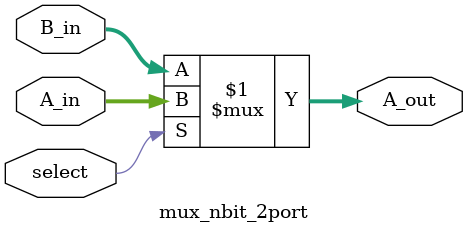
<source format=v>
module mux_nbit_2port( select, A_in, B_in, A_out);
	parameter n=8;
	input select;
	input[n-1:0] A_in, B_in;
	output[n-1:0] A_out;
	
	assign A_out= select? A_in : B_in;
	
endmodule

</source>
